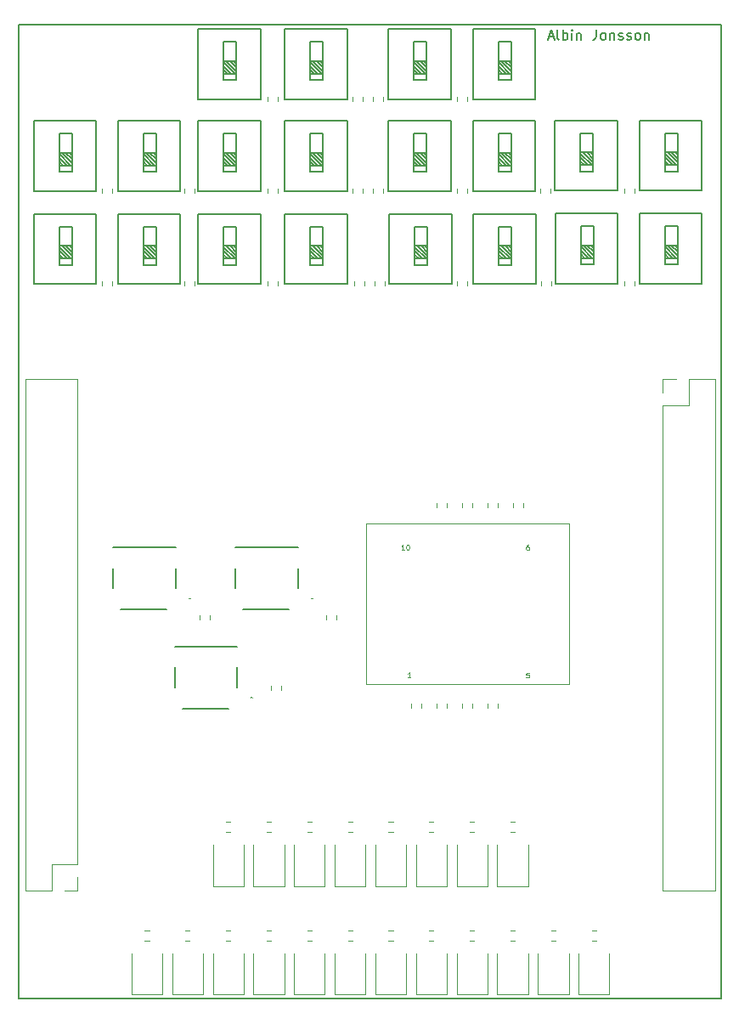
<source format=gto>
%TF.GenerationSoftware,KiCad,Pcbnew,(6.0.1)*%
%TF.CreationDate,2022-04-05T15:29:15+02:00*%
%TF.ProjectId,ba_nano_version_2,62615f6e-616e-46f5-9f76-657273696f6e,rev?*%
%TF.SameCoordinates,Original*%
%TF.FileFunction,Legend,Top*%
%TF.FilePolarity,Positive*%
%FSLAX46Y46*%
G04 Gerber Fmt 4.6, Leading zero omitted, Abs format (unit mm)*
G04 Created by KiCad (PCBNEW (6.0.1)) date 2022-04-05 15:29:15*
%MOMM*%
%LPD*%
G01*
G04 APERTURE LIST*
%TA.AperFunction,Profile*%
%ADD10C,0.200000*%
%TD*%
%ADD11C,0.150000*%
%ADD12C,0.100000*%
%ADD13C,0.120000*%
%ADD14C,0.200000*%
G04 APERTURE END LIST*
D10*
X169658181Y-52980345D02*
X169658181Y-149982945D01*
X99655781Y-149982945D02*
X99655781Y-52980345D01*
X169658181Y-149982945D02*
X99655781Y-149982945D01*
X99655781Y-52980345D02*
X169658181Y-52980345D01*
D11*
X152476190Y-54166666D02*
X152952380Y-54166666D01*
X152380952Y-54452380D02*
X152714285Y-53452380D01*
X153047619Y-54452380D01*
X153523809Y-54452380D02*
X153428571Y-54404761D01*
X153380952Y-54309523D01*
X153380952Y-53452380D01*
X153904761Y-54452380D02*
X153904761Y-53452380D01*
X153904761Y-53833333D02*
X154000000Y-53785714D01*
X154190476Y-53785714D01*
X154285714Y-53833333D01*
X154333333Y-53880952D01*
X154380952Y-53976190D01*
X154380952Y-54261904D01*
X154333333Y-54357142D01*
X154285714Y-54404761D01*
X154190476Y-54452380D01*
X154000000Y-54452380D01*
X153904761Y-54404761D01*
X154809523Y-54452380D02*
X154809523Y-53785714D01*
X154809523Y-53452380D02*
X154761904Y-53500000D01*
X154809523Y-53547619D01*
X154857142Y-53500000D01*
X154809523Y-53452380D01*
X154809523Y-53547619D01*
X155285714Y-53785714D02*
X155285714Y-54452380D01*
X155285714Y-53880952D02*
X155333333Y-53833333D01*
X155428571Y-53785714D01*
X155571428Y-53785714D01*
X155666666Y-53833333D01*
X155714285Y-53928571D01*
X155714285Y-54452380D01*
X157238095Y-53452380D02*
X157238095Y-54166666D01*
X157190476Y-54309523D01*
X157095238Y-54404761D01*
X156952380Y-54452380D01*
X156857142Y-54452380D01*
X157857142Y-54452380D02*
X157761904Y-54404761D01*
X157714285Y-54357142D01*
X157666666Y-54261904D01*
X157666666Y-53976190D01*
X157714285Y-53880952D01*
X157761904Y-53833333D01*
X157857142Y-53785714D01*
X158000000Y-53785714D01*
X158095238Y-53833333D01*
X158142857Y-53880952D01*
X158190476Y-53976190D01*
X158190476Y-54261904D01*
X158142857Y-54357142D01*
X158095238Y-54404761D01*
X158000000Y-54452380D01*
X157857142Y-54452380D01*
X158619047Y-53785714D02*
X158619047Y-54452380D01*
X158619047Y-53880952D02*
X158666666Y-53833333D01*
X158761904Y-53785714D01*
X158904761Y-53785714D01*
X159000000Y-53833333D01*
X159047619Y-53928571D01*
X159047619Y-54452380D01*
X159476190Y-54404761D02*
X159571428Y-54452380D01*
X159761904Y-54452380D01*
X159857142Y-54404761D01*
X159904761Y-54309523D01*
X159904761Y-54261904D01*
X159857142Y-54166666D01*
X159761904Y-54119047D01*
X159619047Y-54119047D01*
X159523809Y-54071428D01*
X159476190Y-53976190D01*
X159476190Y-53928571D01*
X159523809Y-53833333D01*
X159619047Y-53785714D01*
X159761904Y-53785714D01*
X159857142Y-53833333D01*
X160285714Y-54404761D02*
X160380952Y-54452380D01*
X160571428Y-54452380D01*
X160666666Y-54404761D01*
X160714285Y-54309523D01*
X160714285Y-54261904D01*
X160666666Y-54166666D01*
X160571428Y-54119047D01*
X160428571Y-54119047D01*
X160333333Y-54071428D01*
X160285714Y-53976190D01*
X160285714Y-53928571D01*
X160333333Y-53833333D01*
X160428571Y-53785714D01*
X160571428Y-53785714D01*
X160666666Y-53833333D01*
X161285714Y-54452380D02*
X161190476Y-54404761D01*
X161142857Y-54357142D01*
X161095238Y-54261904D01*
X161095238Y-53976190D01*
X161142857Y-53880952D01*
X161190476Y-53833333D01*
X161285714Y-53785714D01*
X161428571Y-53785714D01*
X161523809Y-53833333D01*
X161571428Y-53880952D01*
X161619047Y-53976190D01*
X161619047Y-54261904D01*
X161571428Y-54357142D01*
X161523809Y-54404761D01*
X161428571Y-54452380D01*
X161285714Y-54452380D01*
X162047619Y-53785714D02*
X162047619Y-54452380D01*
X162047619Y-53880952D02*
X162095238Y-53833333D01*
X162190476Y-53785714D01*
X162333333Y-53785714D01*
X162428571Y-53833333D01*
X162476190Y-53928571D01*
X162476190Y-54452380D01*
D12*
%TO.C,U1*%
X138106161Y-105255190D02*
X137820447Y-105255190D01*
X137963304Y-105255190D02*
X137963304Y-104755190D01*
X137915685Y-104826619D01*
X137868066Y-104874238D01*
X137820447Y-104898047D01*
X138415685Y-104755190D02*
X138463304Y-104755190D01*
X138510923Y-104779000D01*
X138534733Y-104802809D01*
X138558542Y-104850428D01*
X138582352Y-104945666D01*
X138582352Y-105064714D01*
X138558542Y-105159952D01*
X138534733Y-105207571D01*
X138510923Y-105231380D01*
X138463304Y-105255190D01*
X138415685Y-105255190D01*
X138368066Y-105231380D01*
X138344257Y-105207571D01*
X138320447Y-105159952D01*
X138296638Y-105064714D01*
X138296638Y-104945666D01*
X138320447Y-104850428D01*
X138344257Y-104802809D01*
X138368066Y-104779000D01*
X138415685Y-104755190D01*
X150488638Y-104780590D02*
X150393400Y-104780590D01*
X150345780Y-104804400D01*
X150321971Y-104828209D01*
X150274352Y-104899638D01*
X150250542Y-104994876D01*
X150250542Y-105185352D01*
X150274352Y-105232971D01*
X150298161Y-105256780D01*
X150345780Y-105280590D01*
X150441019Y-105280590D01*
X150488638Y-105256780D01*
X150512447Y-105232971D01*
X150536257Y-105185352D01*
X150536257Y-105066304D01*
X150512447Y-105018685D01*
X150488638Y-104994876D01*
X150441019Y-104971066D01*
X150345780Y-104971066D01*
X150298161Y-104994876D01*
X150274352Y-105018685D01*
X150250542Y-105066304D01*
X150512447Y-117505990D02*
X150274352Y-117505990D01*
X150250542Y-117744085D01*
X150274352Y-117720276D01*
X150321971Y-117696466D01*
X150441019Y-117696466D01*
X150488638Y-117720276D01*
X150512447Y-117744085D01*
X150536257Y-117791704D01*
X150536257Y-117910752D01*
X150512447Y-117958371D01*
X150488638Y-117982180D01*
X150441019Y-118005990D01*
X150321971Y-118005990D01*
X150274352Y-117982180D01*
X150250542Y-117958371D01*
X138725257Y-117955190D02*
X138439542Y-117955190D01*
X138582400Y-117955190D02*
X138582400Y-117455190D01*
X138534780Y-117526619D01*
X138487161Y-117574238D01*
X138439542Y-117598047D01*
D13*
%TO.C,R49*%
X148969000Y-101058000D02*
X148969000Y-100618000D01*
X149989000Y-101058000D02*
X149989000Y-100618000D01*
%TO.C,R8*%
X141020000Y-143165000D02*
X140580000Y-143165000D01*
X141020000Y-144185000D02*
X140580000Y-144185000D01*
%TO.C,R20*%
X149120000Y-133385000D02*
X148680000Y-133385000D01*
X149120000Y-132365000D02*
X148680000Y-132365000D01*
%TO.C,R3*%
X120330000Y-143165000D02*
X120770000Y-143165000D01*
X120330000Y-144185000D02*
X120770000Y-144185000D01*
%TO.C,R34*%
X152783000Y-78960000D02*
X152783000Y-78520000D01*
X151763000Y-78960000D02*
X151763000Y-78520000D01*
%TO.C,R51*%
X117690000Y-112220000D02*
X117690000Y-111780000D01*
X118710000Y-112220000D02*
X118710000Y-111780000D01*
%TO.C,R7*%
X136970000Y-143165000D02*
X136530000Y-143165000D01*
X136970000Y-144185000D02*
X136530000Y-144185000D01*
%TO.C,R1*%
X112230000Y-144185000D02*
X112670000Y-144185000D01*
X112230000Y-143165000D02*
X112670000Y-143165000D01*
%TO.C,R10*%
X149120000Y-144185000D02*
X148680000Y-144185000D01*
X149120000Y-143165000D02*
X148680000Y-143165000D01*
D11*
%TO.C,SW20*%
X107387420Y-71790560D02*
X107387420Y-78775560D01*
X104085420Y-76235560D02*
X103704420Y-75854560D01*
X104847420Y-76235560D02*
X103704420Y-75092560D01*
X101164420Y-78775560D02*
X101164420Y-71790560D01*
X103704420Y-76235560D02*
X104974420Y-76235560D01*
X101164420Y-71790560D02*
X107387420Y-71790560D01*
X103704420Y-74965560D02*
X104974420Y-74965560D01*
X104974420Y-73060560D02*
X104974420Y-76870560D01*
X104974420Y-75600560D02*
X104339420Y-74965560D01*
X107387420Y-78775560D02*
X101164420Y-78775560D01*
X104974420Y-76870560D02*
X103704420Y-76870560D01*
X104466420Y-76235560D02*
X103704420Y-75473560D01*
X104974420Y-75981560D02*
X103958420Y-74965560D01*
X104974420Y-75219560D02*
X104720420Y-74965560D01*
X103704420Y-76870560D02*
X103704420Y-73060560D01*
X103704420Y-73060560D02*
X104974420Y-73060560D01*
D13*
%TO.C,D18*%
X142335000Y-138760000D02*
X142335000Y-134675000D01*
X139265000Y-134675000D02*
X139265000Y-138760000D01*
X139265000Y-138760000D02*
X142335000Y-138760000D01*
D11*
%TO.C,SW14*%
X155695680Y-73025000D02*
X156965680Y-73025000D01*
X155695680Y-76835000D02*
X155695680Y-73025000D01*
X156838680Y-76200000D02*
X155695680Y-75057000D01*
X156965680Y-75565000D02*
X156330680Y-74930000D01*
X156965680Y-73025000D02*
X156965680Y-76835000D01*
X156965680Y-75946000D02*
X155949680Y-74930000D01*
X156076680Y-76200000D02*
X155695680Y-75819000D01*
X153155680Y-78740000D02*
X153155680Y-71755000D01*
X156965680Y-76835000D02*
X155695680Y-76835000D01*
X156457680Y-76200000D02*
X155695680Y-75438000D01*
X155695680Y-76200000D02*
X156965680Y-76200000D01*
X153155680Y-71755000D02*
X159378680Y-71755000D01*
X159378680Y-71755000D02*
X159378680Y-78740000D01*
X156965680Y-75184000D02*
X156711680Y-74930000D01*
X155695680Y-74930000D02*
X156965680Y-74930000D01*
X159378680Y-78740000D02*
X153155680Y-78740000D01*
D13*
%TO.C,R35*%
X144401000Y-78960000D02*
X144401000Y-78520000D01*
X143381000Y-78960000D02*
X143381000Y-78520000D01*
%TO.C,R31*%
X117223000Y-69689000D02*
X117223000Y-69249000D01*
X116203000Y-69689000D02*
X116203000Y-69249000D01*
%TO.C,R46*%
X144909000Y-120997000D02*
X144909000Y-120557000D01*
X143889000Y-120997000D02*
X143889000Y-120557000D01*
%TO.C,D4*%
X126135000Y-149560000D02*
X126135000Y-145475000D01*
X123065000Y-145475000D02*
X123065000Y-149560000D01*
X123065000Y-149560000D02*
X126135000Y-149560000D01*
%TO.C,R36*%
X135126000Y-78960000D02*
X135126000Y-78520000D01*
X136146000Y-78960000D02*
X136146000Y-78520000D01*
%TO.C,R5*%
X128430000Y-144185000D02*
X128870000Y-144185000D01*
X128430000Y-143165000D02*
X128870000Y-143165000D01*
%TO.C,D16*%
X134235000Y-138760000D02*
X134235000Y-134675000D01*
X131165000Y-138760000D02*
X134235000Y-138760000D01*
X131165000Y-134675000D02*
X131165000Y-138760000D01*
%TO.C,R21*%
X143381000Y-60545000D02*
X143381000Y-60105000D01*
X144401000Y-60545000D02*
X144401000Y-60105000D01*
%TO.C,R38*%
X124458000Y-78960000D02*
X124458000Y-78520000D01*
X125478000Y-78960000D02*
X125478000Y-78520000D01*
%TO.C,U1*%
X134299000Y-102617000D02*
X154499000Y-102617000D01*
X154499000Y-102617000D02*
X154499000Y-118617000D01*
X154499000Y-118617000D02*
X134299000Y-118617000D01*
X134299000Y-118617000D02*
X134299000Y-102617000D01*
D11*
%TO.C,SW19*%
X112096580Y-76235560D02*
X113366580Y-76235560D01*
X112096580Y-74965560D02*
X113366580Y-74965560D01*
X112858580Y-76235560D02*
X112096580Y-75473560D01*
X109556580Y-71790560D02*
X115779580Y-71790560D01*
X113366580Y-75600560D02*
X112731580Y-74965560D01*
X113366580Y-76870560D02*
X112096580Y-76870560D01*
X112096580Y-73060560D02*
X113366580Y-73060560D01*
X113366580Y-73060560D02*
X113366580Y-76870560D01*
X113239580Y-76235560D02*
X112096580Y-75092560D01*
X115779580Y-78775560D02*
X109556580Y-78775560D01*
X115779580Y-71790560D02*
X115779580Y-78775560D01*
X113366580Y-75981560D02*
X112350580Y-74965560D01*
X112096580Y-76870560D02*
X112096580Y-73060560D01*
X112477580Y-76235560D02*
X112096580Y-75854560D01*
X113366580Y-75219560D02*
X113112580Y-74965560D01*
X109556580Y-78775560D02*
X109556580Y-71790560D01*
D13*
%TO.C,R23*%
X133987000Y-60545000D02*
X133987000Y-60105000D01*
X132967000Y-60545000D02*
X132967000Y-60105000D01*
D11*
%TO.C,SW10*%
X121339640Y-67624960D02*
X120069640Y-67624960D01*
X120069640Y-67624960D02*
X120069640Y-63814960D01*
X120069640Y-66989960D02*
X121339640Y-66989960D01*
X121212640Y-66989960D02*
X120069640Y-65846960D01*
X117529640Y-62544960D02*
X123752640Y-62544960D01*
X120069640Y-63814960D02*
X121339640Y-63814960D01*
X120069640Y-65719960D02*
X121339640Y-65719960D01*
X123752640Y-69529960D02*
X117529640Y-69529960D01*
X123752640Y-62544960D02*
X123752640Y-69529960D01*
X117529640Y-69529960D02*
X117529640Y-62544960D01*
X121339640Y-63814960D02*
X121339640Y-67624960D01*
X121339640Y-65973960D02*
X121085640Y-65719960D01*
X121339640Y-66354960D02*
X120704640Y-65719960D01*
X120831640Y-66989960D02*
X120069640Y-66227960D01*
X121339640Y-66735960D02*
X120323640Y-65719960D01*
X120450640Y-66989960D02*
X120069640Y-66608960D01*
D13*
%TO.C,R4*%
X124380000Y-143165000D02*
X124820000Y-143165000D01*
X124380000Y-144185000D02*
X124820000Y-144185000D01*
%TO.C,D1*%
X113985000Y-149560000D02*
X113985000Y-145475000D01*
X110915000Y-149560000D02*
X113985000Y-149560000D01*
X110915000Y-145475000D02*
X110915000Y-149560000D01*
%TO.C,R28*%
X134999000Y-69689000D02*
X134999000Y-69249000D01*
X136019000Y-69689000D02*
X136019000Y-69249000D01*
D14*
%TO.C,S1*%
X126585000Y-111209000D02*
X121985000Y-111209000D01*
D12*
X128835000Y-110109000D02*
X128835000Y-110109000D01*
D14*
X121285000Y-107109000D02*
X121285000Y-109109000D01*
D12*
X128935000Y-110109000D02*
X128935000Y-110109000D01*
D14*
X127485000Y-107109000D02*
X127485000Y-109109000D01*
X121285000Y-105009000D02*
X127485000Y-105009000D01*
D12*
X128835000Y-110109000D02*
G75*
G03*
X128935000Y-110109000I50000J0D01*
G01*
X128935000Y-110109000D02*
G75*
G03*
X128835000Y-110109000I-50000J0D01*
G01*
D13*
%TO.C,D19*%
X143315000Y-134675000D02*
X143315000Y-138760000D01*
X143315000Y-138760000D02*
X146385000Y-138760000D01*
X146385000Y-138760000D02*
X146385000Y-134675000D01*
%TO.C,R33*%
X161038000Y-78960000D02*
X161038000Y-78520000D01*
X160018000Y-78960000D02*
X160018000Y-78520000D01*
%TO.C,R17*%
X136970000Y-132365000D02*
X136530000Y-132365000D01*
X136970000Y-133385000D02*
X136530000Y-133385000D01*
%TO.C,R11*%
X153170000Y-143165000D02*
X152730000Y-143165000D01*
X153170000Y-144185000D02*
X152730000Y-144185000D01*
%TO.C,R14*%
X124380000Y-133385000D02*
X124820000Y-133385000D01*
X124380000Y-132365000D02*
X124820000Y-132365000D01*
%TO.C,R18*%
X141020000Y-133385000D02*
X140580000Y-133385000D01*
X141020000Y-132365000D02*
X140580000Y-132365000D01*
%TO.C,R42*%
X138809000Y-120997000D02*
X138809000Y-120557000D01*
X139829000Y-120997000D02*
X139829000Y-120557000D01*
%TO.C,D5*%
X127115000Y-149560000D02*
X130185000Y-149560000D01*
X130185000Y-149560000D02*
X130185000Y-145475000D01*
X127115000Y-145475000D02*
X127115000Y-149560000D01*
D11*
%TO.C,SW18*%
X120069640Y-73060560D02*
X121339640Y-73060560D01*
X121339640Y-75219560D02*
X121085640Y-74965560D01*
X117529640Y-78775560D02*
X117529640Y-71790560D01*
X117529640Y-71790560D02*
X123752640Y-71790560D01*
X123752640Y-78775560D02*
X117529640Y-78775560D01*
X121339640Y-75600560D02*
X120704640Y-74965560D01*
X121339640Y-76870560D02*
X120069640Y-76870560D01*
X120069640Y-76235560D02*
X121339640Y-76235560D01*
X120450640Y-76235560D02*
X120069640Y-75854560D01*
X121212640Y-76235560D02*
X120069640Y-75092560D01*
X123752640Y-71790560D02*
X123752640Y-78775560D01*
X120069640Y-74965560D02*
X121339640Y-74965560D01*
X120069640Y-76870560D02*
X120069640Y-73060560D01*
X120831640Y-76235560D02*
X120069640Y-75473560D01*
X121339640Y-75981560D02*
X120323640Y-74965560D01*
X121339640Y-73060560D02*
X121339640Y-76870560D01*
%TO.C,SW3*%
X128715800Y-57845960D02*
X129985800Y-57845960D01*
X126175800Y-53400960D02*
X132398800Y-53400960D01*
X128715800Y-54670960D02*
X129985800Y-54670960D01*
X129985800Y-56829960D02*
X129731800Y-56575960D01*
X126175800Y-60385960D02*
X126175800Y-53400960D01*
X128715800Y-56575960D02*
X129985800Y-56575960D01*
X132398800Y-60385960D02*
X126175800Y-60385960D01*
X129985800Y-57591960D02*
X128969800Y-56575960D01*
X129985800Y-54670960D02*
X129985800Y-58480960D01*
X129477800Y-57845960D02*
X128715800Y-57083960D01*
X128715800Y-58480960D02*
X128715800Y-54670960D01*
X129858800Y-57845960D02*
X128715800Y-56702960D01*
X132398800Y-53400960D02*
X132398800Y-60385960D01*
X129985800Y-58480960D02*
X128715800Y-58480960D01*
X129985800Y-57210960D02*
X129350800Y-56575960D01*
X129096800Y-57845960D02*
X128715800Y-57464960D01*
D13*
%TO.C,R48*%
X146429000Y-120997000D02*
X146429000Y-120557000D01*
X147449000Y-120997000D02*
X147449000Y-120557000D01*
%TO.C,R24*%
X125478000Y-60545000D02*
X125478000Y-60105000D01*
X124458000Y-60545000D02*
X124458000Y-60105000D01*
D11*
%TO.C,SW16*%
X139526040Y-76235560D02*
X139145040Y-75854560D01*
X136605040Y-78775560D02*
X136605040Y-71790560D01*
X139145040Y-73060560D02*
X140415040Y-73060560D01*
X139145040Y-76870560D02*
X139145040Y-73060560D01*
X136605040Y-71790560D02*
X142828040Y-71790560D01*
X142828040Y-78775560D02*
X136605040Y-78775560D01*
X139145040Y-76235560D02*
X140415040Y-76235560D01*
X140415040Y-75219560D02*
X140161040Y-74965560D01*
X140415040Y-76870560D02*
X139145040Y-76870560D01*
X140415040Y-75600560D02*
X139780040Y-74965560D01*
X142828040Y-71790560D02*
X142828040Y-78775560D01*
X140288040Y-76235560D02*
X139145040Y-75092560D01*
X140415040Y-75981560D02*
X139399040Y-74965560D01*
X139145040Y-74965560D02*
X140415040Y-74965560D01*
X140415040Y-73060560D02*
X140415040Y-76870560D01*
X139907040Y-76235560D02*
X139145040Y-75473560D01*
D13*
%TO.C,D13*%
X119015000Y-138760000D02*
X122085000Y-138760000D01*
X122085000Y-138760000D02*
X122085000Y-134675000D01*
X119015000Y-134675000D02*
X119015000Y-138760000D01*
%TO.C,R6*%
X132480000Y-144185000D02*
X132920000Y-144185000D01*
X132480000Y-143165000D02*
X132920000Y-143165000D01*
%TO.C,D7*%
X135215000Y-145475000D02*
X135215000Y-149560000D01*
X135215000Y-149560000D02*
X138285000Y-149560000D01*
X138285000Y-149560000D02*
X138285000Y-145475000D01*
%TO.C,R37*%
X133094000Y-78960000D02*
X133094000Y-78520000D01*
X134114000Y-78960000D02*
X134114000Y-78520000D01*
D11*
%TO.C,SW15*%
X148781800Y-76870560D02*
X147511800Y-76870560D01*
X148781800Y-73060560D02*
X148781800Y-76870560D01*
X147511800Y-76870560D02*
X147511800Y-73060560D01*
X148781800Y-75219560D02*
X148527800Y-74965560D01*
X147892800Y-76235560D02*
X147511800Y-75854560D01*
X147511800Y-73060560D02*
X148781800Y-73060560D01*
X148654800Y-76235560D02*
X147511800Y-75092560D01*
X147511800Y-76235560D02*
X148781800Y-76235560D01*
X147511800Y-74965560D02*
X148781800Y-74965560D01*
X148781800Y-75600560D02*
X148146800Y-74965560D01*
X148273800Y-76235560D02*
X147511800Y-75473560D01*
X144971800Y-78775560D02*
X144971800Y-71790560D01*
X151194800Y-71790560D02*
X151194800Y-78775560D01*
X144971800Y-71790560D02*
X151194800Y-71790560D01*
X148781800Y-75981560D02*
X147765800Y-74965560D01*
X151194800Y-78775560D02*
X144971800Y-78775560D01*
%TO.C,SW2*%
X142731520Y-53400960D02*
X142731520Y-60385960D01*
X139810520Y-57845960D02*
X139048520Y-57083960D01*
X140318520Y-56829960D02*
X140064520Y-56575960D01*
X139429520Y-57845960D02*
X139048520Y-57464960D01*
X142731520Y-60385960D02*
X136508520Y-60385960D01*
X139048520Y-57845960D02*
X140318520Y-57845960D01*
X136508520Y-53400960D02*
X142731520Y-53400960D01*
X140318520Y-57591960D02*
X139302520Y-56575960D01*
X139048520Y-56575960D02*
X140318520Y-56575960D01*
X140191520Y-57845960D02*
X139048520Y-56702960D01*
X140318520Y-57210960D02*
X139683520Y-56575960D01*
X139048520Y-54670960D02*
X140318520Y-54670960D01*
X140318520Y-54670960D02*
X140318520Y-58480960D01*
X140318520Y-58480960D02*
X139048520Y-58480960D01*
X136508520Y-60385960D02*
X136508520Y-53400960D01*
X139048520Y-58480960D02*
X139048520Y-54670960D01*
D13*
%TO.C,D17*%
X138285000Y-138760000D02*
X138285000Y-134675000D01*
X135215000Y-134675000D02*
X135215000Y-138760000D01*
X135215000Y-138760000D02*
X138285000Y-138760000D01*
D11*
%TO.C,SW6*%
X156909800Y-66700400D02*
X155893800Y-65684400D01*
X155639800Y-66954400D02*
X156909800Y-66954400D01*
X153099800Y-62509400D02*
X159322800Y-62509400D01*
X153099800Y-69494400D02*
X153099800Y-62509400D01*
X155639800Y-65684400D02*
X156909800Y-65684400D01*
X156909800Y-65938400D02*
X156655800Y-65684400D01*
X156782800Y-66954400D02*
X155639800Y-65811400D01*
X156020800Y-66954400D02*
X155639800Y-66573400D01*
X156401800Y-66954400D02*
X155639800Y-66192400D01*
X156909800Y-67589400D02*
X155639800Y-67589400D01*
X155639800Y-63779400D02*
X156909800Y-63779400D01*
X156909800Y-66319400D02*
X156274800Y-65684400D01*
X159322800Y-62509400D02*
X159322800Y-69494400D01*
X156909800Y-63779400D02*
X156909800Y-67589400D01*
X159322800Y-69494400D02*
X153099800Y-69494400D01*
X155639800Y-67589400D02*
X155639800Y-63779400D01*
D13*
%TO.C,R53*%
X124790000Y-118817500D02*
X124790000Y-119257500D01*
X125810000Y-118817500D02*
X125810000Y-119257500D01*
%TO.C,R25*%
X161038000Y-69689000D02*
X161038000Y-69249000D01*
X160018000Y-69689000D02*
X160018000Y-69249000D01*
D11*
%TO.C,SW11*%
X109556580Y-62544960D02*
X115779580Y-62544960D01*
X113366580Y-65973960D02*
X113112580Y-65719960D01*
X113366580Y-63814960D02*
X113366580Y-67624960D01*
X113366580Y-66354960D02*
X112731580Y-65719960D01*
X113366580Y-67624960D02*
X112096580Y-67624960D01*
X113239580Y-66989960D02*
X112096580Y-65846960D01*
X112477580Y-66989960D02*
X112096580Y-66608960D01*
X112858580Y-66989960D02*
X112096580Y-66227960D01*
X109556580Y-69529960D02*
X109556580Y-62544960D01*
X115779580Y-69529960D02*
X109556580Y-69529960D01*
X113366580Y-66735960D02*
X112350580Y-65719960D01*
X112096580Y-63814960D02*
X113366580Y-63814960D01*
X115779580Y-62544960D02*
X115779580Y-69529960D01*
X112096580Y-65719960D02*
X113366580Y-65719960D01*
X112096580Y-66989960D02*
X113366580Y-66989960D01*
X112096580Y-67624960D02*
X112096580Y-63814960D01*
D13*
%TO.C,R16*%
X132480000Y-133385000D02*
X132920000Y-133385000D01*
X132480000Y-132365000D02*
X132920000Y-132365000D01*
D11*
%TO.C,SW5*%
X165329900Y-67589400D02*
X164059900Y-67589400D01*
X167742900Y-69494400D02*
X161519900Y-69494400D01*
X164059900Y-63779400D02*
X165329900Y-63779400D01*
X165329900Y-66319400D02*
X164694900Y-65684400D01*
X165329900Y-65938400D02*
X165075900Y-65684400D01*
X164440900Y-66954400D02*
X164059900Y-66573400D01*
X161519900Y-69494400D02*
X161519900Y-62509400D01*
X164059900Y-65684400D02*
X165329900Y-65684400D01*
X164059900Y-67589400D02*
X164059900Y-63779400D01*
X165202900Y-66954400D02*
X164059900Y-65811400D01*
X161519900Y-62509400D02*
X167742900Y-62509400D01*
X165329900Y-66700400D02*
X164313900Y-65684400D01*
X165329900Y-63779400D02*
X165329900Y-67589400D01*
X164821900Y-66954400D02*
X164059900Y-66192400D01*
X167742900Y-62509400D02*
X167742900Y-69494400D01*
X164059900Y-66954400D02*
X165329900Y-66954400D01*
D13*
%TO.C,R22*%
X134999000Y-60545000D02*
X134999000Y-60105000D01*
X136019000Y-60545000D02*
X136019000Y-60105000D01*
%TO.C,D11*%
X154485000Y-149560000D02*
X154485000Y-145475000D01*
X151415000Y-149560000D02*
X154485000Y-149560000D01*
X151415000Y-145475000D02*
X151415000Y-149560000D01*
D11*
%TO.C,SW1*%
X151149080Y-53400960D02*
X151149080Y-60385960D01*
X148736080Y-58480960D02*
X147466080Y-58480960D01*
X144926080Y-53400960D02*
X151149080Y-53400960D01*
X148736080Y-57210960D02*
X148101080Y-56575960D01*
X147466080Y-58480960D02*
X147466080Y-54670960D01*
X151149080Y-60385960D02*
X144926080Y-60385960D01*
X148609080Y-57845960D02*
X147466080Y-56702960D01*
X147466080Y-57845960D02*
X148736080Y-57845960D01*
X148736080Y-57591960D02*
X147720080Y-56575960D01*
X144926080Y-60385960D02*
X144926080Y-53400960D01*
X147466080Y-56575960D02*
X148736080Y-56575960D01*
X148736080Y-54670960D02*
X148736080Y-58480960D01*
X148228080Y-57845960D02*
X147466080Y-57083960D01*
X147466080Y-54670960D02*
X148736080Y-54670960D01*
X147847080Y-57845960D02*
X147466080Y-57464960D01*
X148736080Y-56829960D02*
X148482080Y-56575960D01*
D13*
%TO.C,R2*%
X116280000Y-144185000D02*
X116720000Y-144185000D01*
X116280000Y-143165000D02*
X116720000Y-143165000D01*
%TO.C,R27*%
X143381000Y-69689000D02*
X143381000Y-69249000D01*
X144401000Y-69689000D02*
X144401000Y-69249000D01*
%TO.C,R45*%
X143889000Y-101058000D02*
X143889000Y-100618000D01*
X144909000Y-101058000D02*
X144909000Y-100618000D01*
%TO.C,R13*%
X120330000Y-133385000D02*
X120770000Y-133385000D01*
X120330000Y-132365000D02*
X120770000Y-132365000D01*
%TO.C,D8*%
X139265000Y-145475000D02*
X139265000Y-149560000D01*
X142335000Y-149560000D02*
X142335000Y-145475000D01*
X139265000Y-149560000D02*
X142335000Y-149560000D01*
D11*
%TO.C,SW4*%
X117529640Y-53400960D02*
X123752640Y-53400960D01*
X120450640Y-57845960D02*
X120069640Y-57464960D01*
X120069640Y-57845960D02*
X121339640Y-57845960D01*
X121339640Y-56829960D02*
X121085640Y-56575960D01*
X123752640Y-53400960D02*
X123752640Y-60385960D01*
X121339640Y-54670960D02*
X121339640Y-58480960D01*
X121212640Y-57845960D02*
X120069640Y-56702960D01*
X121339640Y-57210960D02*
X120704640Y-56575960D01*
X120069640Y-56575960D02*
X121339640Y-56575960D01*
X117529640Y-60385960D02*
X117529640Y-53400960D01*
X121339640Y-58480960D02*
X120069640Y-58480960D01*
X120069640Y-58480960D02*
X120069640Y-54670960D01*
X121339640Y-57591960D02*
X120323640Y-56575960D01*
X120069640Y-54670960D02*
X121339640Y-54670960D01*
X120831640Y-57845960D02*
X120069640Y-57083960D01*
X123752640Y-60385960D02*
X117529640Y-60385960D01*
%TO.C,SW7*%
X148736080Y-65973960D02*
X148482080Y-65719960D01*
X151149080Y-69529960D02*
X144926080Y-69529960D01*
X148736080Y-67624960D02*
X147466080Y-67624960D01*
X147466080Y-67624960D02*
X147466080Y-63814960D01*
X147847080Y-66989960D02*
X147466080Y-66608960D01*
X148736080Y-66354960D02*
X148101080Y-65719960D01*
X151149080Y-62544960D02*
X151149080Y-69529960D01*
X148736080Y-66735960D02*
X147720080Y-65719960D01*
X144926080Y-62544960D02*
X151149080Y-62544960D01*
X148609080Y-66989960D02*
X147466080Y-65846960D01*
X144926080Y-69529960D02*
X144926080Y-62544960D01*
X147466080Y-63814960D02*
X148736080Y-63814960D01*
X148228080Y-66989960D02*
X147466080Y-66227960D01*
X147466080Y-65719960D02*
X148736080Y-65719960D01*
X147466080Y-66989960D02*
X148736080Y-66989960D01*
X148736080Y-63814960D02*
X148736080Y-67624960D01*
D14*
%TO.C,S3*%
X109093000Y-105009000D02*
X115293000Y-105009000D01*
X109093000Y-107109000D02*
X109093000Y-109109000D01*
X115293000Y-107109000D02*
X115293000Y-109109000D01*
X114393000Y-111209000D02*
X109793000Y-111209000D01*
D12*
X116743000Y-110109000D02*
X116743000Y-110109000D01*
X116643000Y-110109000D02*
X116643000Y-110109000D01*
X116743000Y-110109000D02*
G75*
G03*
X116643000Y-110109000I-50000J0D01*
G01*
X116643000Y-110109000D02*
G75*
G03*
X116743000Y-110109000I50000J0D01*
G01*
D13*
%TO.C,D20*%
X147365000Y-134675000D02*
X147365000Y-138760000D01*
X147365000Y-138760000D02*
X150435000Y-138760000D01*
X150435000Y-138760000D02*
X150435000Y-134675000D01*
%TO.C,D10*%
X147365000Y-149560000D02*
X150435000Y-149560000D01*
X147365000Y-145475000D02*
X147365000Y-149560000D01*
X150435000Y-149560000D02*
X150435000Y-145475000D01*
%TO.C,J1*%
X105546200Y-136613900D02*
X105546200Y-88293900D01*
X105546200Y-139213900D02*
X104216200Y-139213900D01*
X105546200Y-88293900D02*
X100346200Y-88293900D01*
X105546200Y-137883900D02*
X105546200Y-139213900D01*
X105546200Y-136613900D02*
X102946200Y-136613900D01*
X100346200Y-139213900D02*
X100346200Y-88293900D01*
X102946200Y-136613900D02*
X102946200Y-139213900D01*
X102946200Y-139213900D02*
X100346200Y-139213900D01*
D11*
%TO.C,SW9*%
X129985800Y-67624960D02*
X128715800Y-67624960D01*
X129858800Y-66989960D02*
X128715800Y-65846960D01*
X129985800Y-66354960D02*
X129350800Y-65719960D01*
X129985800Y-66735960D02*
X128969800Y-65719960D01*
X126175800Y-69529960D02*
X126175800Y-62544960D01*
X126175800Y-62544960D02*
X132398800Y-62544960D01*
X129985800Y-63814960D02*
X129985800Y-67624960D01*
X129096800Y-66989960D02*
X128715800Y-66608960D01*
X129985800Y-65973960D02*
X129731800Y-65719960D01*
X132398800Y-62544960D02*
X132398800Y-69529960D01*
X128715800Y-66989960D02*
X129985800Y-66989960D01*
X128715800Y-65719960D02*
X129985800Y-65719960D01*
X128715800Y-67624960D02*
X128715800Y-63814960D01*
X132398800Y-69529960D02*
X126175800Y-69529960D01*
X128715800Y-63814960D02*
X129985800Y-63814960D01*
X129477800Y-66989960D02*
X128715800Y-66227960D01*
D13*
%TO.C,R43*%
X141349000Y-101058000D02*
X141349000Y-100618000D01*
X142369000Y-101058000D02*
X142369000Y-100618000D01*
D11*
%TO.C,SW12*%
X103704420Y-65719960D02*
X104974420Y-65719960D01*
X104974420Y-66735960D02*
X103958420Y-65719960D01*
X107387420Y-69529960D02*
X101164420Y-69529960D01*
X103704420Y-66989960D02*
X104974420Y-66989960D01*
X104847420Y-66989960D02*
X103704420Y-65846960D01*
X104974420Y-66354960D02*
X104339420Y-65719960D01*
X103704420Y-67624960D02*
X103704420Y-63814960D01*
X103704420Y-63814960D02*
X104974420Y-63814960D01*
X107387420Y-62544960D02*
X107387420Y-69529960D01*
X104085420Y-66989960D02*
X103704420Y-66608960D01*
X101164420Y-69529960D02*
X101164420Y-62544960D01*
X104974420Y-67624960D02*
X103704420Y-67624960D01*
X104974420Y-65973960D02*
X104720420Y-65719960D01*
X101164420Y-62544960D02*
X107387420Y-62544960D01*
X104974420Y-63814960D02*
X104974420Y-67624960D01*
X104466420Y-66989960D02*
X103704420Y-66227960D01*
D13*
%TO.C,R44*%
X142369000Y-120997000D02*
X142369000Y-120557000D01*
X141349000Y-120997000D02*
X141349000Y-120557000D01*
%TO.C,D15*%
X127115000Y-138760000D02*
X130185000Y-138760000D01*
X130185000Y-138760000D02*
X130185000Y-134675000D01*
X127115000Y-134675000D02*
X127115000Y-138760000D01*
D14*
%TO.C,S2*%
X121464000Y-116983000D02*
X121464000Y-118983000D01*
D12*
X122814000Y-119983000D02*
X122814000Y-119983000D01*
X122914000Y-119983000D02*
X122914000Y-119983000D01*
D14*
X115264000Y-116983000D02*
X115264000Y-118983000D01*
X120564000Y-121083000D02*
X115964000Y-121083000D01*
X115264000Y-114883000D02*
X121464000Y-114883000D01*
D12*
X122814000Y-119983000D02*
G75*
G03*
X122914000Y-119983000I50000J0D01*
G01*
X122914000Y-119983000D02*
G75*
G03*
X122814000Y-119983000I-50000J0D01*
G01*
D13*
%TO.C,R39*%
X116203000Y-78960000D02*
X116203000Y-78520000D01*
X117223000Y-78960000D02*
X117223000Y-78520000D01*
%TO.C,R19*%
X145070000Y-133385000D02*
X144630000Y-133385000D01*
X145070000Y-132365000D02*
X144630000Y-132365000D01*
%TO.C,D12*%
X155465000Y-145475000D02*
X155465000Y-149560000D01*
X158535000Y-149560000D02*
X158535000Y-145475000D01*
X155465000Y-149560000D02*
X158535000Y-149560000D01*
D11*
%TO.C,SW8*%
X142731520Y-62544960D02*
X142731520Y-69529960D01*
X139048520Y-65719960D02*
X140318520Y-65719960D01*
X139048520Y-67624960D02*
X139048520Y-63814960D01*
X142731520Y-69529960D02*
X136508520Y-69529960D01*
X140318520Y-66735960D02*
X139302520Y-65719960D01*
X140318520Y-65973960D02*
X140064520Y-65719960D01*
X140318520Y-67624960D02*
X139048520Y-67624960D01*
X140318520Y-66354960D02*
X139683520Y-65719960D01*
X139429520Y-66989960D02*
X139048520Y-66608960D01*
X140318520Y-63814960D02*
X140318520Y-67624960D01*
X140191520Y-66989960D02*
X139048520Y-65846960D01*
X136508520Y-62544960D02*
X142731520Y-62544960D01*
X139048520Y-63814960D02*
X140318520Y-63814960D01*
X139810520Y-66989960D02*
X139048520Y-66227960D01*
X136508520Y-69529960D02*
X136508520Y-62544960D01*
X139048520Y-66989960D02*
X140318520Y-66989960D01*
D13*
%TO.C,R47*%
X147449000Y-101058000D02*
X147449000Y-100618000D01*
X146429000Y-101058000D02*
X146429000Y-100618000D01*
%TO.C,R40*%
X108968000Y-78960000D02*
X108968000Y-78520000D01*
X107948000Y-78960000D02*
X107948000Y-78520000D01*
D11*
%TO.C,SW17*%
X129985800Y-73060560D02*
X129985800Y-76870560D01*
X129985800Y-75981560D02*
X128969800Y-74965560D01*
X126175800Y-78775560D02*
X126175800Y-71790560D01*
X128715800Y-74965560D02*
X129985800Y-74965560D01*
X128715800Y-76235560D02*
X129985800Y-76235560D01*
X129477800Y-76235560D02*
X128715800Y-75473560D01*
X132398800Y-78775560D02*
X126175800Y-78775560D01*
X128715800Y-73060560D02*
X129985800Y-73060560D01*
X129985800Y-76870560D02*
X128715800Y-76870560D01*
X128715800Y-76870560D02*
X128715800Y-73060560D01*
X129858800Y-76235560D02*
X128715800Y-75092560D01*
X129985800Y-75219560D02*
X129731800Y-74965560D01*
X126175800Y-71790560D02*
X132398800Y-71790560D01*
X129985800Y-75600560D02*
X129350800Y-74965560D01*
X132398800Y-71790560D02*
X132398800Y-78775560D01*
X129096800Y-76235560D02*
X128715800Y-75854560D01*
D13*
%TO.C,D2*%
X114965000Y-149560000D02*
X118035000Y-149560000D01*
X118035000Y-149560000D02*
X118035000Y-145475000D01*
X114965000Y-145475000D02*
X114965000Y-149560000D01*
%TO.C,J2*%
X169058900Y-88293900D02*
X169058900Y-139213900D01*
X163858900Y-89623900D02*
X163858900Y-88293900D01*
X166458900Y-88293900D02*
X169058900Y-88293900D01*
X163858900Y-88293900D02*
X165188900Y-88293900D01*
X163858900Y-90893900D02*
X163858900Y-139213900D01*
X166458900Y-90893900D02*
X166458900Y-88293900D01*
X163858900Y-139213900D02*
X169058900Y-139213900D01*
X163858900Y-90893900D02*
X166458900Y-90893900D01*
%TO.C,R52*%
X130290000Y-112220000D02*
X130290000Y-111780000D01*
X131310000Y-112220000D02*
X131310000Y-111780000D01*
D11*
%TO.C,SW13*%
X167770840Y-78740000D02*
X161547840Y-78740000D01*
X164087840Y-73025000D02*
X165357840Y-73025000D01*
X167770840Y-71755000D02*
X167770840Y-78740000D01*
X164087840Y-76835000D02*
X164087840Y-73025000D01*
X164087840Y-76200000D02*
X165357840Y-76200000D01*
X164087840Y-74930000D02*
X165357840Y-74930000D01*
X161547840Y-78740000D02*
X161547840Y-71755000D01*
X164849840Y-76200000D02*
X164087840Y-75438000D01*
X161547840Y-71755000D02*
X167770840Y-71755000D01*
X165357840Y-73025000D02*
X165357840Y-76835000D01*
X165230840Y-76200000D02*
X164087840Y-75057000D01*
X165357840Y-75946000D02*
X164341840Y-74930000D01*
X164468840Y-76200000D02*
X164087840Y-75819000D01*
X165357840Y-75565000D02*
X164722840Y-74930000D01*
X165357840Y-75184000D02*
X165103840Y-74930000D01*
X165357840Y-76835000D02*
X164087840Y-76835000D01*
D13*
%TO.C,R32*%
X107948000Y-69689000D02*
X107948000Y-69249000D01*
X108968000Y-69689000D02*
X108968000Y-69249000D01*
%TO.C,R29*%
X133987000Y-69689000D02*
X133987000Y-69249000D01*
X132967000Y-69689000D02*
X132967000Y-69249000D01*
%TO.C,R9*%
X145070000Y-143165000D02*
X144630000Y-143165000D01*
X145070000Y-144185000D02*
X144630000Y-144185000D01*
%TO.C,D14*%
X126135000Y-138760000D02*
X126135000Y-134675000D01*
X123065000Y-138760000D02*
X126135000Y-138760000D01*
X123065000Y-134675000D02*
X123065000Y-138760000D01*
%TO.C,D3*%
X119015000Y-145475000D02*
X119015000Y-149560000D01*
X119015000Y-149560000D02*
X122085000Y-149560000D01*
X122085000Y-149560000D02*
X122085000Y-145475000D01*
%TO.C,R12*%
X157220000Y-143165000D02*
X156780000Y-143165000D01*
X157220000Y-144185000D02*
X156780000Y-144185000D01*
%TO.C,D9*%
X143315000Y-149560000D02*
X146385000Y-149560000D01*
X146385000Y-149560000D02*
X146385000Y-145475000D01*
X143315000Y-145475000D02*
X143315000Y-149560000D01*
%TO.C,R30*%
X124458000Y-69689000D02*
X124458000Y-69249000D01*
X125478000Y-69689000D02*
X125478000Y-69249000D01*
%TO.C,R15*%
X128430000Y-133385000D02*
X128870000Y-133385000D01*
X128430000Y-132365000D02*
X128870000Y-132365000D01*
%TO.C,D6*%
X131165000Y-145475000D02*
X131165000Y-149560000D01*
X134235000Y-149560000D02*
X134235000Y-145475000D01*
X131165000Y-149560000D02*
X134235000Y-149560000D01*
%TO.C,R26*%
X151636000Y-69689000D02*
X151636000Y-69249000D01*
X152656000Y-69689000D02*
X152656000Y-69249000D01*
%TD*%
M02*

</source>
